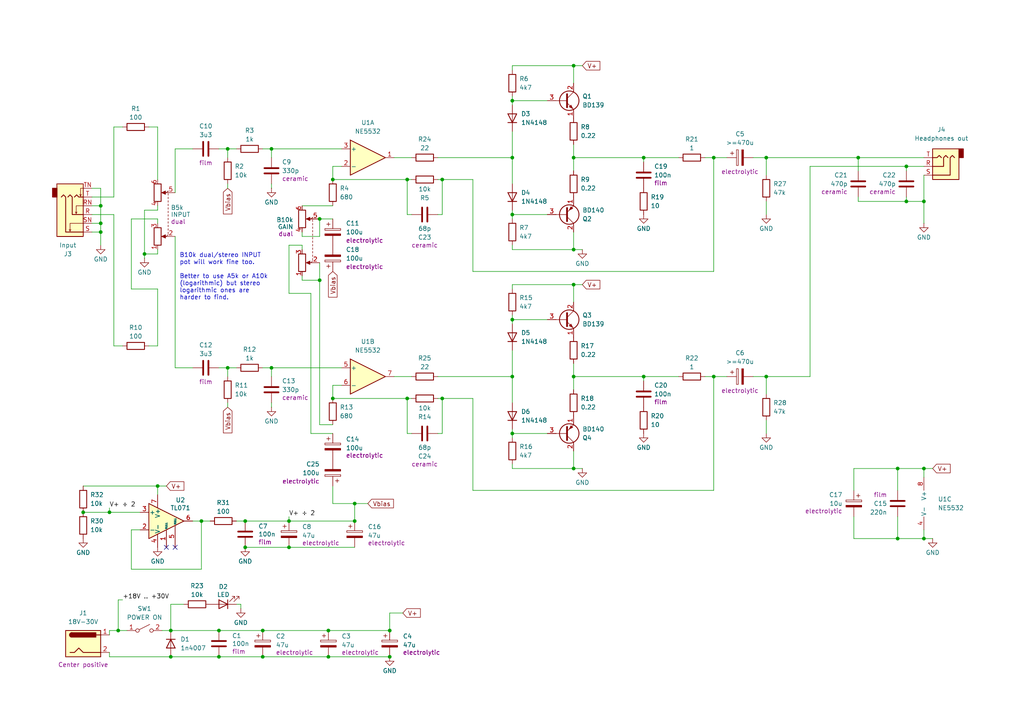
<source format=kicad_sch>
(kicad_sch (version 20250114) (generator "eeschema") (generator_version "9.0")
  (paper "A4")
  (title_block (title "Wenzel’s Headphones Stereo Amp (single supply)") (date "November 2025") (rev "r2-wip-1") (comment 2 "https://www.youtube.com/watch?v=ODvsCBjZz9M for the original schematic.") (comment 3 "See JohnAudioTech YouTube channel video:") (comment 4 "Modified “JAT Stereo Headphone Amp v1.0”."))
  (lib_symbols
    (symbol "Amplifier_Operational:NE5532" (pin_names (offset 0.127))
      (property "Reference" "U" (at 0 5.08 0))
      (property "Value" "NE5532" (at 0 -5.08 0))
      (symbol "NE5532_1_1"
        (pin input line (at -7.62 2.54 0) (length 2.54) (name "+") (number "3"))
        (pin input line (at -7.62 -2.54 0) (length 2.54) (name "-") (number "2"))
        (pin output line (at 7.62 0 180) (length 2.54) (name "~") (number "1"))
      )
      (symbol "NE5532_2_1"
        (pin input line (at -7.62 2.54 0) (length 2.54) (name "+") (number "5"))
        (pin input line (at -7.62 -2.54 0) (length 2.54) (name "-") (number "6"))
        (pin output line (at 7.62 0 180) (length 2.54) (name "~") (number "7"))
      )
      (symbol "NE5532_3_1"
        (pin power_in line (at -2.54 7.62 270) (length 3.81) (name "V+") (number "8"))
        (pin power_in line (at -2.54 -7.62 90) (length 3.81) (name "V-") (number "4"))
      )
    )
    (symbol "Amplifier_Operational:TL071" (pin_names (offset 0.127))
      (property "Reference" "U" (at 0 6.35 0))
      (property "Value" "TL071" (at 0 3.81 0))
      (symbol "TL071_1_1"
        (pin input line (at -7.62 2.54 0) (length 2.54) (name "+") (number "3"))
        (pin input line (at -7.62 -2.54 0) (length 2.54) (name "-") (number "2"))
        (pin power_in line (at -2.54 7.62 270) (length 3.81) (name "V+") (number "7"))
        (pin power_in line (at -2.54 -7.62 90) (length 3.81) (name "V-") (number "4"))
        (pin no_connect line (at 0 2.54 270) (length 2.54) (hide yes) (name "NC") (number "8"))
        (pin input line (at 0 -7.62 90) (length 5.08) (name "NULL") (number "1"))
        (pin input line (at 2.54 -7.62 90) (length 6.35) (name "NULL") (number "5"))
        (pin output line (at 7.62 0 180) (length 2.54) (name "~") (number "6"))
      )
    )
    (symbol "Connector:Jack-DC" (pin_names (offset 1.016))
      (property "Reference" "J" (at 0 5.334 0))
      (property "Value" "Jack-DC" (at 0 -5.08 0))
      (symbol "Jack-DC_1_1"
        (pin passive line (at 7.62 2.54 180) (length 2.54) (name "~") (number "1"))
        (pin passive line (at 7.62 -2.54 180) (length 2.54) (name "~") (number "2"))
      )
    )
    (symbol "Connector_Audio:AudioJack3"
      (property "Reference" "J" (at 0 8.89 0))
      (property "Value" "AudioJack3" (at 0 6.35 0))
      (symbol "AudioJack3_1_1"
        (pin passive line (at 5.08 2.54 180) (length 2.54) (name "~") (number "S"))
        (pin passive line (at 5.08 0 180) (length 2.54) (name "~") (number "R"))
        (pin passive line (at 5.08 -2.54 180) (length 2.54) (name "~") (number "T"))
      )
    )
    (symbol "Connector_Audio:AudioJack3_Switch"
      (property "Reference" "J" (at 0 11.43 0))
      (property "Value" "AudioJack3_Switch" (at 0 8.89 0))
      (symbol "AudioJack3_Switch_1_1"
        (pin passive line (at 5.08 5.08 180) (length 2.54) (name "~") (number "S"))
        (pin passive line (at 5.08 2.54 180) (length 2.54) (name "~") (number "SN"))
        (pin passive line (at 5.08 0 180) (length 2.54) (name "~") (number "R"))
        (pin passive line (at 5.08 -2.54 180) (length 2.54) (name "~") (number "RN"))
        (pin passive line (at 5.08 -5.08 180) (length 2.54) (name "~") (number "T"))
        (pin passive line (at 5.08 -7.62 180) (length 2.54) (name "~") (number "TN"))
      )
    )
    (symbol "Device:C" (pin_numbers (hide yes)) (pin_names (offset 0.254))
      (property "Reference" "C" (at 0.635 2.54 0))
      (property "Value" "C" (at 0.635 -2.54 0))
      (symbol "C_1_1"
        (pin passive line (at 0 3.81 270) (length 2.794) (name "~") (number "1"))
        (pin passive line (at 0 -3.81 90) (length 2.794) (name "~") (number "2"))
      )
    )
    (symbol "Device:C_Polarized" (pin_numbers (hide yes)) (pin_names (offset 0.254))
      (property "Reference" "C" (at 0.635 2.54 0))
      (property "Value" "C_Polarized" (at 0.635 -2.54 0))
      (symbol "C_Polarized_1_1"
        (pin passive line (at 0 3.81 270) (length 2.794) (name "~") (number "1"))
        (pin passive line (at 0 -3.81 90) (length 2.794) (name "~") (number "2"))
      )
    )
    (symbol "Device:D" (pin_numbers (hide yes)) (pin_names (offset 1.016) (hide yes))
      (property "Reference" "D" (at 0 2.54 0))
      (property "Value" "D" (at 0 -2.54 0))
      (symbol "D_1_1"
        (pin passive line (at -3.81 0 0) (length 2.54) (name "K") (number "1"))
        (pin passive line (at 3.81 0 180) (length 2.54) (name "A") (number "2"))
      )
    )
    (symbol "Device:LED" (pin_numbers (hide yes)) (pin_names (offset 1.016) (hide yes))
      (property "Reference" "D" (at 0 2.54 0))
      (property "Value" "LED" (at 0 -2.54 0))
      (symbol "LED_1_1"
        (pin passive line (at -3.81 0 0) (length 2.54) (name "K") (number "1"))
        (pin passive line (at 3.81 0 180) (length 2.54) (name "A") (number "2"))
      )
    )
    (symbol "Device:R" (pin_numbers (hide yes)) (pin_names (offset 0))
      (property "Reference" "R" (at 2.032 0 90))
      (property "Value" "R" (at 0 0 90))
      (symbol "R_1_1"
        (pin passive line (at 0 3.81 270) (length 1.27) (name "~") (number "1"))
        (pin passive line (at 0 -3.81 90) (length 1.27) (name "~") (number "2"))
      )
    )
    (symbol "Device:R_Potentiometer_Dual" (pin_names (offset 1.016) (hide yes))
      (property "Reference" "RV" (at 0 3.81 0))
      (property "Value" "R_Potentiometer_Dual" (at 0 1.905 0))
      (symbol "R_Potentiometer_Dual_1_1"
        (pin passive line (at -10.16 -2.54 0) (length 1.27) (name "1") (number "1"))
        (pin passive line (at -6.35 2.54 270) (length 2.54) (name "2") (number "2"))
        (pin passive line (at -2.54 -2.54 180) (length 1.27) (name "3") (number "3"))
        (pin passive line (at 2.54 -2.54 0) (length 1.27) (name "4") (number "4"))
        (pin passive line (at 6.35 2.54 270) (length 2.54) (name "5") (number "5"))
        (pin passive line (at 10.16 -2.54 180) (length 1.27) (name "6") (number "6"))
      )
    )
    (symbol "Diode:1N4148" (pin_numbers (hide yes)) (pin_names (hide yes))
      (property "Reference" "D" (at 0 2.54 0))
      (property "Value" "1N4148" (at 0 -2.54 0))
      (symbol "1N4148_1_1"
        (pin passive line (at -3.81 0 0) (length 2.54) (name "K") (number "1"))
        (pin passive line (at 3.81 0 180) (length 2.54) (name "A") (number "2"))
      )
    )
    (symbol "Switch:SW_SPST" (pin_names (offset 0) (hide yes))
      (property "Reference" "SW" (at 0 3.175 0))
      (property "Value" "SW_SPST" (at 0 -2.54 0))
      (symbol "SW_SPST_1_1"
        (pin passive line (at -5.08 0 0) (length 2.54) (name "A") (number "1"))
        (pin passive line (at 5.08 0 180) (length 2.54) (name "B") (number "2"))
      )
    )
    (symbol "Transistor_BJT:BD139" (pin_names (offset 0) (hide yes))
      (property "Reference" "Q" (at 5.08 1.905 0))
      (property "Value" "BD139" (at 5.08 0 0))
      (symbol "BD139_1_1"
        (pin input line (at -5.08 0 0) (length 2.54) (name "B") (number "3"))
        (pin passive line (at 2.54 5.08 270) (length 2.54) (name "C") (number "2"))
        (pin passive line (at 2.54 -5.08 90) (length 2.54) (name "E") (number "1"))
      )
    )
    (symbol "Transistor_BJT:BD140" (pin_names (offset 0) (hide yes))
      (property "Reference" "Q" (at 5.08 1.905 0))
      (property "Value" "BD140" (at 5.08 0 0))
      (symbol "BD140_1_1"
        (pin input line (at -5.08 0 0) (length 2.54) (name "B") (number "3"))
        (pin passive line (at 2.54 5.08 270) (length 2.54) (name "C") (number "2"))
        (pin passive line (at 2.54 -5.08 90) (length 2.54) (name "E") (number "1"))
      )
    )
    (symbol "power:GND" (power) (pin_numbers (hide yes)) (pin_names (offset 0) (hide yes))
      (property "Value" "GND" (at 0 -3.81 0))
      (symbol "GND_1_1"
        (pin power_in line (at 0 0 270) (length 0) (name "~") (number "1"))
      )
    )
  )
  (text "B10k dual/stereo INPUT\npot will work fine too.\n\nBetter to use A5k or A10k\n(logarithmic) but stereo\nlogarithmic ones are\nharder to find." (at 52.07 80.264 0) (effects (font (size 1.27 1.27)) (justify left)))
  (junction (at 76.2 182.88))
  (junction (at 95.25 182.88))
  (junction (at 83.82 151.13))
  (junction (at 128.27 115.57))
  (junction (at 118.11 52.07))
  (junction (at 222.25 45.72))
  (junction (at 148.59 45.72))
  (junction (at 96.52 115.57))
  (junction (at 29.21 67.31))
  (junction (at 148.59 92.71))
  (junction (at 166.37 109.22))
  (junction (at 207.01 109.22))
  (junction (at 166.37 45.72))
  (junction (at 186.69 45.72))
  (junction (at 166.37 82.55))
  (junction (at 148.59 109.22))
  (junction (at 24.13 148.59))
  (junction (at 29.21 59.69))
  (junction (at 260.35 156.21))
  (junction (at 92.71 81.28))
  (junction (at 92.71 63.5))
  (junction (at 128.27 52.07))
  (junction (at 78.74 106.68))
  (junction (at 113.03 182.88))
  (junction (at 207.01 45.72))
  (junction (at 49.53 190.5))
  (junction (at 78.74 43.18))
  (junction (at 66.04 106.68))
  (junction (at 148.59 62.23))
  (junction (at 71.12 158.75))
  (junction (at 148.59 125.73))
  (junction (at 102.87 151.13))
  (junction (at 166.37 19.05))
  (junction (at 49.53 182.88))
  (junction (at 58.42 151.13))
  (junction (at 248.92 45.72))
  (junction (at 29.21 64.77))
  (junction (at 63.5 182.88))
  (junction (at 31.75 148.59))
  (junction (at 260.35 135.89))
  (junction (at 113.03 190.5))
  (junction (at 34.29 182.88))
  (junction (at 166.37 72.39))
  (junction (at 83.82 158.75))
  (junction (at 166.37 135.89))
  (junction (at 71.12 151.13))
  (junction (at 76.2 190.5))
  (junction (at 63.5 190.5))
  (junction (at 45.72 140.97))
  (junction (at 95.25 190.5))
  (junction (at 222.25 109.22))
  (junction (at 41.91 73.66))
  (junction (at 267.97 156.21))
  (junction (at 267.97 58.42))
  (junction (at 262.89 58.42))
  (junction (at 102.87 146.05))
  (junction (at 118.11 115.57))
  (junction (at 66.04 43.18))
  (junction (at 186.69 109.22))
  (junction (at 96.52 52.07))
  (junction (at 262.89 48.26))
  (junction (at 148.59 29.21))
  (junction (at 267.97 135.89))
  (no_connect (at 50.8 158.75))
  (no_connect (at 48.26 158.75))
  (wire (pts (xy 26.67 67.31) (xy 29.21 67.31)))
  (wire (pts (xy 63.5 182.88) (xy 76.2 182.88)))
  (wire (pts (xy 83.82 151.13) (xy 102.87 151.13)))
  (wire (pts (xy 87.63 59.69) (xy 96.52 59.69)))
  (wire (pts (xy 48.26 140.97) (xy 45.72 140.97)))
  (wire (pts (xy 127 125.73) (xy 128.27 125.73)))
  (wire (pts (xy 186.69 109.22) (xy 196.85 109.22)))
  (wire (pts (xy 87.63 68.58) (xy 87.63 67.31)))
  (wire (pts (xy 31.75 182.88) (xy 34.29 182.88)))
  (wire (pts (xy 29.21 54.61) (xy 29.21 59.69)))
  (wire (pts (xy 102.87 158.75) (xy 83.82 158.75)))
  (wire (pts (xy 148.59 29.21) (xy 158.75 29.21)))
  (wire (pts (xy 33.02 62.23) (xy 33.02 100.33)))
  (wire (pts (xy 166.37 72.39) (xy 168.91 72.39)))
  (wire (pts (xy 267.97 153.67) (xy 267.97 156.21)))
  (wire (pts (xy 31.75 147.32) (xy 31.75 148.59)))
  (wire (pts (xy 58.42 151.13) (xy 55.88 151.13)))
  (wire (pts (xy 96.52 140.97) (xy 96.52 146.05)))
  (wire (pts (xy 234.95 48.26) (xy 234.95 109.22)))
  (wire (pts (xy 137.16 52.07) (xy 137.16 78.74)))
  (wire (pts (xy 49.53 175.26) (xy 49.53 182.88)))
  (wire (pts (xy 128.27 52.07) (xy 137.16 52.07)))
  (wire (pts (xy 41.91 73.66) (xy 41.91 74.93)))
  (wire (pts (xy 222.25 109.22) (xy 234.95 109.22)))
  (wire (pts (xy 166.37 109.22) (xy 166.37 113.03)))
  (wire (pts (xy 63.5 106.68) (xy 66.04 106.68)))
  (wire (pts (xy 119.38 115.57) (xy 118.11 115.57)))
  (wire (pts (xy 118.11 115.57) (xy 96.52 115.57)))
  (wire (pts (xy 222.25 114.3) (xy 222.25 109.22)))
  (wire (pts (xy 68.58 151.13) (xy 71.12 151.13)))
  (wire (pts (xy 45.72 83.82) (xy 45.72 100.33)))
  (wire (pts (xy 33.02 57.15) (xy 26.67 57.15)))
  (wire (pts (xy 49.53 190.5) (xy 63.5 190.5)))
  (wire (pts (xy 41.91 60.96) (xy 41.91 73.66)))
  (wire (pts (xy 218.44 109.22) (xy 222.25 109.22)))
  (wire (pts (xy 148.59 92.71) (xy 148.59 93.98)))
  (wire (pts (xy 76.2 190.5) (xy 95.25 190.5)))
  (wire (pts (xy 148.59 101.6) (xy 148.59 109.22)))
  (wire (pts (xy 166.37 82.55) (xy 168.91 82.55)))
  (wire (pts (xy 148.59 92.71) (xy 158.75 92.71)))
  (wire (pts (xy 66.04 53.34) (xy 66.04 54.61)))
  (wire (pts (xy 148.59 71.12) (xy 148.59 72.39)))
  (wire (pts (xy 148.59 72.39) (xy 166.37 72.39)))
  (wire (pts (xy 35.56 173.99) (xy 34.29 173.99)))
  (wire (pts (xy 248.92 49.53) (xy 248.92 45.72)))
  (wire (pts (xy 166.37 45.72) (xy 186.69 45.72)))
  (wire (pts (xy 43.18 36.83) (xy 45.72 36.83)))
  (wire (pts (xy 102.87 146.05) (xy 106.68 146.05)))
  (wire (pts (xy 148.59 60.96) (xy 148.59 62.23)))
  (wire (pts (xy 49.53 182.88) (xy 63.5 182.88)))
  (wire (pts (xy 118.11 125.73) (xy 118.11 115.57)))
  (wire (pts (xy 148.59 134.62) (xy 148.59 135.89)))
  (wire (pts (xy 166.37 135.89) (xy 166.37 130.81)))
  (wire (pts (xy 186.69 45.72) (xy 196.85 45.72)))
  (wire (pts (xy 63.5 190.5) (xy 76.2 190.5)))
  (wire (pts (xy 114.3 45.72) (xy 119.38 45.72)))
  (wire (pts (xy 260.35 149.86) (xy 260.35 156.21)))
  (wire (pts (xy 26.67 64.77) (xy 29.21 64.77)))
  (wire (pts (xy 148.59 135.89) (xy 166.37 135.89)))
  (wire (pts (xy 50.8 43.18) (xy 50.8 55.88)))
  (wire (pts (xy 29.21 64.77) (xy 29.21 67.31)))
  (wire (pts (xy 186.69 110.49) (xy 186.69 109.22)))
  (wire (pts (xy 128.27 125.73) (xy 128.27 115.57)))
  (wire (pts (xy 128.27 115.57) (xy 137.16 115.57)))
  (wire (pts (xy 92.71 123.19) (xy 92.71 81.28)))
  (wire (pts (xy 87.63 68.58) (xy 92.71 68.58)))
  (wire (pts (xy 69.85 175.26) (xy 69.85 176.53)))
  (wire (pts (xy 127 109.22) (xy 148.59 109.22)))
  (wire (pts (xy 24.13 140.97) (xy 45.72 140.97)))
  (wire (pts (xy 78.74 43.18) (xy 99.06 43.18)))
  (wire (pts (xy 116.84 177.8) (xy 113.03 177.8)))
  (wire (pts (xy 35.56 36.83) (xy 33.02 36.83)))
  (wire (pts (xy 118.11 62.23) (xy 118.11 52.07)))
  (wire (pts (xy 218.44 45.72) (xy 222.25 45.72)))
  (wire (pts (xy 45.72 64.77) (xy 45.72 63.5)))
  (wire (pts (xy 83.82 149.86) (xy 83.82 151.13)))
  (wire (pts (xy 248.92 58.42) (xy 262.89 58.42)))
  (wire (pts (xy 248.92 45.72) (xy 267.97 45.72)))
  (wire (pts (xy 204.47 45.72) (xy 207.01 45.72)))
  (wire (pts (xy 148.59 125.73) (xy 148.59 127)))
  (wire (pts (xy 83.82 151.13) (xy 71.12 151.13)))
  (wire (pts (xy 83.82 85.09) (xy 90.17 85.09)))
  (wire (pts (xy 166.37 45.72) (xy 166.37 49.53)))
  (wire (pts (xy 76.2 43.18) (xy 78.74 43.18)))
  (wire (pts (xy 40.64 153.67) (xy 38.1 153.67)))
  (wire (pts (xy 50.8 68.58) (xy 50.8 106.68)))
  (wire (pts (xy 87.63 72.39) (xy 87.63 71.12)))
  (wire (pts (xy 26.67 62.23) (xy 33.02 62.23)))
  (wire (pts (xy 262.89 49.53) (xy 262.89 48.26)))
  (wire (pts (xy 66.04 43.18) (xy 68.58 43.18)))
  (wire (pts (xy 45.72 60.96) (xy 41.91 60.96)))
  (wire (pts (xy 92.71 76.2) (xy 92.71 81.28)))
  (wire (pts (xy 260.35 135.89) (xy 267.97 135.89)))
  (wire (pts (xy 262.89 48.26) (xy 267.97 48.26)))
  (wire (pts (xy 24.13 148.59) (xy 31.75 148.59)))
  (wire (pts (xy 78.74 106.68) (xy 78.74 109.22)))
  (wire (pts (xy 102.87 146.05) (xy 102.87 151.13)))
  (wire (pts (xy 96.52 111.76) (xy 96.52 115.57)))
  (wire (pts (xy 166.37 72.39) (xy 166.37 67.31)))
  (wire (pts (xy 262.89 58.42) (xy 267.97 58.42)))
  (wire (pts (xy 83.82 158.75) (xy 71.12 158.75)))
  (wire (pts (xy 148.59 82.55) (xy 166.37 82.55)))
  (wire (pts (xy 53.34 175.26) (xy 49.53 175.26)))
  (wire (pts (xy 148.59 29.21) (xy 148.59 30.48)))
  (wire (pts (xy 33.02 36.83) (xy 33.02 57.15)))
  (wire (pts (xy 148.59 124.46) (xy 148.59 125.73)))
  (wire (pts (xy 87.63 71.12) (xy 83.82 71.12)))
  (wire (pts (xy 58.42 165.1) (xy 58.42 151.13)))
  (wire (pts (xy 113.03 177.8) (xy 113.03 182.88)))
  (wire (pts (xy 66.04 106.68) (xy 68.58 106.68)))
  (wire (pts (xy 247.65 135.89) (xy 260.35 135.89)))
  (wire (pts (xy 267.97 135.89) (xy 270.51 135.89)))
  (wire (pts (xy 127 62.23) (xy 128.27 62.23)))
  (wire (pts (xy 78.74 53.34) (xy 78.74 54.61)))
  (wire (pts (xy 210.82 109.22) (xy 207.01 109.22)))
  (wire (pts (xy 222.25 50.8) (xy 222.25 45.72)))
  (wire (pts (xy 267.97 58.42) (xy 267.97 64.77)))
  (wire (pts (xy 148.59 27.94) (xy 148.59 29.21)))
  (wire (pts (xy 50.8 43.18) (xy 55.88 43.18)))
  (wire (pts (xy 95.25 190.5) (xy 113.03 190.5)))
  (wire (pts (xy 168.91 19.05) (xy 166.37 19.05)))
  (wire (pts (xy 222.25 45.72) (xy 248.92 45.72)))
  (wire (pts (xy 148.59 83.82) (xy 148.59 82.55)))
  (wire (pts (xy 222.25 58.42) (xy 222.25 62.23)))
  (wire (pts (xy 119.38 52.07) (xy 118.11 52.07)))
  (wire (pts (xy 127 115.57) (xy 128.27 115.57)))
  (wire (pts (xy 31.75 182.88) (xy 31.75 184.15)))
  (wire (pts (xy 34.29 182.88) (xy 36.83 182.88)))
  (wire (pts (xy 260.35 156.21) (xy 267.97 156.21)))
  (wire (pts (xy 46.99 182.88) (xy 49.53 182.88)))
  (wire (pts (xy 38.1 83.82) (xy 45.72 83.82)))
  (wire (pts (xy 92.71 63.5) (xy 92.71 68.58)))
  (wire (pts (xy 38.1 153.67) (xy 38.1 165.1)))
  (wire (pts (xy 247.65 149.86) (xy 247.65 156.21)))
  (wire (pts (xy 119.38 62.23) (xy 118.11 62.23)))
  (wire (pts (xy 166.37 105.41) (xy 166.37 109.22)))
  (wire (pts (xy 267.97 156.21) (xy 270.51 156.21)))
  (wire (pts (xy 45.72 63.5) (xy 38.1 63.5)))
  (wire (pts (xy 148.59 20.32) (xy 148.59 19.05)))
  (wire (pts (xy 31.75 190.5) (xy 49.53 190.5)))
  (wire (pts (xy 207.01 45.72) (xy 207.01 78.74)))
  (wire (pts (xy 29.21 59.69) (xy 29.21 64.77)))
  (wire (pts (xy 222.25 121.92) (xy 222.25 125.73)))
  (wire (pts (xy 119.38 125.73) (xy 118.11 125.73)))
  (wire (pts (xy 204.47 109.22) (xy 207.01 109.22)))
  (wire (pts (xy 45.72 73.66) (xy 45.72 72.39)))
  (wire (pts (xy 148.59 19.05) (xy 166.37 19.05)))
  (wire (pts (xy 33.02 100.33) (xy 35.56 100.33)))
  (wire (pts (xy 45.72 140.97) (xy 45.72 143.51)))
  (wire (pts (xy 58.42 151.13) (xy 60.96 151.13)))
  (wire (pts (xy 92.71 81.28) (xy 87.63 81.28)))
  (wire (pts (xy 45.72 36.83) (xy 45.72 52.07)))
  (wire (pts (xy 26.67 54.61) (xy 29.21 54.61)))
  (wire (pts (xy 128.27 62.23) (xy 128.27 52.07)))
  (wire (pts (xy 90.17 85.09) (xy 90.17 125.73)))
  (wire (pts (xy 247.65 142.24) (xy 247.65 135.89)))
  (wire (pts (xy 137.16 115.57) (xy 137.16 142.24)))
  (wire (pts (xy 148.59 62.23) (xy 148.59 63.5)))
  (wire (pts (xy 96.52 48.26) (xy 96.52 52.07)))
  (wire (pts (xy 148.59 38.1) (xy 148.59 45.72)))
  (wire (pts (xy 45.72 100.33) (xy 43.18 100.33)))
  (wire (pts (xy 26.67 59.69) (xy 29.21 59.69)))
  (wire (pts (xy 248.92 58.42) (xy 248.92 57.15)))
  (wire (pts (xy 127 52.07) (xy 128.27 52.07)))
  (wire (pts (xy 166.37 19.05) (xy 166.37 24.13)))
  (wire (pts (xy 186.69 109.22) (xy 166.37 109.22)))
  (wire (pts (xy 31.75 148.59) (xy 40.64 148.59)))
  (wire (pts (xy 29.21 67.31) (xy 29.21 71.12)))
  (wire (pts (xy 148.59 62.23) (xy 158.75 62.23)))
  (wire (pts (xy 68.58 175.26) (xy 69.85 175.26)))
  (wire (pts (xy 95.25 182.88) (xy 113.03 182.88)))
  (wire (pts (xy 267.97 135.89) (xy 267.97 138.43)))
  (wire (pts (xy 38.1 63.5) (xy 38.1 83.82)))
  (wire (pts (xy 34.29 173.99) (xy 34.29 182.88)))
  (wire (pts (xy 148.59 45.72) (xy 148.59 53.34)))
  (wire (pts (xy 78.74 116.84) (xy 78.74 118.11)))
  (wire (pts (xy 76.2 106.68) (xy 78.74 106.68)))
  (wire (pts (xy 83.82 71.12) (xy 83.82 85.09)))
  (wire (pts (xy 87.63 81.28) (xy 87.63 80.01)))
  (wire (pts (xy 262.89 48.26) (xy 234.95 48.26)))
  (wire (pts (xy 166.37 41.91) (xy 166.37 45.72)))
  (wire (pts (xy 66.04 106.68) (xy 66.04 109.22)))
  (wire (pts (xy 63.5 43.18) (xy 66.04 43.18)))
  (wire (pts (xy 127 45.72) (xy 148.59 45.72)))
  (wire (pts (xy 96.52 146.05) (xy 102.87 146.05)))
  (wire (pts (xy 78.74 43.18) (xy 78.74 45.72)))
  (wire (pts (xy 50.8 106.68) (xy 55.88 106.68)))
  (wire (pts (xy 114.3 109.22) (xy 119.38 109.22)))
  (wire (pts (xy 99.06 111.76) (xy 96.52 111.76)))
  (wire (pts (xy 78.74 106.68) (xy 99.06 106.68)))
  (wire (pts (xy 262.89 58.42) (xy 262.89 57.15)))
  (wire (pts (xy 96.52 123.19) (xy 92.71 123.19)))
  (wire (pts (xy 92.71 63.5) (xy 96.52 63.5)))
  (wire (pts (xy 45.72 60.96) (xy 45.72 59.69)))
  (wire (pts (xy 247.65 156.21) (xy 260.35 156.21)))
  (wire (pts (xy 76.2 182.88) (xy 95.25 182.88)))
  (wire (pts (xy 267.97 50.8) (xy 267.97 58.42)))
  (wire (pts (xy 148.59 109.22) (xy 148.59 116.84)))
  (wire (pts (xy 66.04 43.18) (xy 66.04 45.72)))
  (wire (pts (xy 207.01 109.22) (xy 207.01 142.24)))
  (wire (pts (xy 118.11 52.07) (xy 96.52 52.07)))
  (wire (pts (xy 137.16 78.74) (xy 207.01 78.74)))
  (wire (pts (xy 137.16 142.24) (xy 207.01 142.24)))
  (wire (pts (xy 41.91 73.66) (xy 45.72 73.66)))
  (wire (pts (xy 66.04 116.84) (xy 66.04 118.11)))
  (wire (pts (xy 31.75 189.23) (xy 31.75 190.5)))
  (wire (pts (xy 260.35 142.24) (xy 260.35 135.89)))
  (wire (pts (xy 166.37 135.89) (xy 168.91 135.89)))
  (wire (pts (xy 38.1 165.1) (xy 58.42 165.1)))
  (wire (pts (xy 99.06 48.26) (xy 96.52 48.26)))
  (wire (pts (xy 90.17 125.73) (xy 96.52 125.73)))
  (wire (pts (xy 166.37 82.55) (xy 166.37 87.63)))
  (wire (pts (xy 148.59 125.73) (xy 158.75 125.73)))
  (wire (pts (xy 207.01 45.72) (xy 210.82 45.72)))
  (wire (pts (xy 148.59 91.44) (xy 148.59 92.71)))
  (wire (pts (xy 186.69 46.99) (xy 186.69 45.72)))
  (label "V+ ÷ 2" (at 83.82 149.86 0))
  (label "+18V .. +30V" (at 35.56 173.99 0))
  (label "V+ ÷ 2" (at 31.75 147.32 0))
  (global_label "Vbias" (shape input) (at 106.68 146.05 0) (property "Intersheetrefs" "${INTERSHEET_REFS}" (effects (hide yes))))
  (global_label "V+" (shape input) (at 116.84 177.8 0) (property "Intersheetrefs" "${INTERSHEET_REFS}" (effects (hide yes))))
  (global_label "V+" (shape input) (at 168.91 19.05 0) (property "Intersheetrefs" "${INTERSHEET_REFS}" (effects (hide yes))))
  (global_label "Vbias" (shape input) (at 66.04 54.61 270) (property "Intersheetrefs" "${INTERSHEET_REFS}" (effects (hide yes))))
  (global_label "Vbias" (shape input) (at 96.52 78.74 270) (property "Intersheetrefs" "${INTERSHEET_REFS}" (effects (hide yes))))
  (global_label "Vbias" (shape input) (at 66.04 118.11 270) (property "Intersheetrefs" "${INTERSHEET_REFS}" (effects (hide yes))))
  (global_label "V+" (shape input) (at 270.51 135.89 0) (property "Intersheetrefs" "${INTERSHEET_REFS}" (effects (hide yes))))
  (global_label "V+" (shape input) (at 48.26 140.97 0) (property "Intersheetrefs" "${INTERSHEET_REFS}" (effects (hide yes))))
  (global_label "V+" (shape input) (at 168.91 82.55 0) (property "Intersheetrefs" "${INTERSHEET_REFS}" (effects (hide yes))))
  (symbol (lib_id "Device:R") (at 24.13 152.4 0) (unit 1)
    (property "Reference" "R30" (at 26.162 151.13 0) (effects (justify left)))
    (property "Value" "10k" (at 26.162 153.67 0) (effects (justify left)))
    (property "Description" "Resistor" (effects (hide yes)))
  )
  (symbol (lib_id "Device:R") (at 148.59 87.63 0) (unit 1)
    (property "Reference" "R15" (at 150.622 86.36 0) (effects (justify left)))
    (property "Value" "4k7" (at 150.622 88.9 0) (effects (justify left)))
    (property "Description" "Resistor" (effects (hide yes)))
  )
  (symbol (lib_id "Device:C") (at 78.74 49.53 0) (unit 1)
    (property "Reference" "C9" (at 81.788 46.99 0) (effects (justify left)))
    (property "Value" "330p" (at 81.788 49.53 0) (effects (justify left)))
    (property "Description" "Unpolarized capacitor" (effects (hide yes)))
    (property "Field5" "ceramic" (at 81.788 51.816 0) (effects (justify left)))
  )
  (symbol (lib_id "power:GND") (at 24.13 156.21 0) (unit 1)
    (property "Reference" "#PWR013" (effects (hide yes)))
    (property "Value" "GND" (at 24.13 160.274 0))
    (property "Description" "Power symbol creates a global label with name \"GND\" , ground" (effects (hide yes)))
  )
  (symbol (lib_id "power:GND") (at 69.85 176.53 0) (unit 1)
    (property "Reference" "#PWR022" (effects (hide yes)))
    (property "Value" "GND" (at 69.85 180.594 0))
    (property "Description" "Power symbol creates a global label with name \"GND\" , ground" (effects (hide yes)))
  )
  (symbol (lib_id "Device:C_Polarized") (at 214.63 109.22 90) (mirror x) (unit 1)
    (property "Reference" "C6" (at 214.63 102.362 90))
    (property "Value" ">=470u" (at 214.63 104.902 90))
    (property "Description" "Polarized capacitor" (effects (hide yes)))
    (property "Field5" "electrolytic" (at 214.63 113.284 90))
  )
  (symbol (lib_id "Device:R") (at 222.25 118.11 0) (unit 1)
    (property "Reference" "R28" (at 224.282 116.84 0) (effects (justify left)))
    (property "Value" "47k" (at 224.282 119.38 0) (effects (justify left)))
    (property "Description" "Resistor" (effects (hide yes)))
  )
  (symbol (lib_id "Device:C_Polarized") (at 96.52 137.16 180) (unit 1)
    (property "Reference" "C25" (at 92.71 134.62 0) (effects (justify left)))
    (property "Value" "100u" (at 92.71 137.16 0) (effects (justify left)))
    (property "Footprint" "electrolytic" (at 92.71 139.5729 0) (effects (justify left)))
    (property "Description" "Polarized capacitor" (effects (hide yes)))
  )
  (symbol (lib_id "power:GND") (at 78.74 54.61 0) (unit 1)
    (property "Reference" "#PWR03" (effects (hide yes)))
    (property "Value" "GND" (at 78.74 58.674 0))
    (property "Description" "Power symbol creates a global label with name \"GND\" , ground" (effects (hide yes)))
  )
  (symbol (lib_id "Device:R") (at 148.59 67.31 0) (unit 1)
    (property "Reference" "R7" (at 150.622 66.04 0) (effects (justify left)))
    (property "Value" "4k7" (at 150.622 68.58 0) (effects (justify left)))
    (property "Description" "Resistor" (effects (hide yes)))
  )
  (symbol (lib_id "Amplifier_Operational:NE5532") (at 106.68 109.22 0) (unit 2)
    (property "Reference" "U1" (at 106.68 99.06 0))
    (property "Value" "NE5532" (at 106.68 101.6 0))
    (property "Datasheet" "http://www.ti.com/lit/ds/symlink/ne5532.pdf" (effects (hide yes)))
    (property "Description" "Dual Low-Noise Operational Amplifiers, DIP-8/SOIC-8" (effects (hide yes)))
  )
  (symbol (lib_id "Device:R") (at 148.59 130.81 0) (unit 1)
    (property "Reference" "R16" (at 150.622 129.54 0) (effects (justify left)))
    (property "Value" "4k7" (at 150.622 132.08 0) (effects (justify left)))
    (property "Description" "Resistor" (effects (hide yes)))
  )
  (symbol (lib_id "Device:C_Polarized") (at 113.03 186.69 0) (unit 1)
    (property "Reference" "C4" (at 116.84 184.5309 0) (effects (justify left)))
    (property "Value" "47u" (at 116.84 187.0709 0) (effects (justify left)))
    (property "Footprint" "electrolytic" (at 116.84 189.23 0) (effects (justify left)))
    (property "Description" "Polarized capacitor" (effects (hide yes)))
  )
  (symbol (lib_id "Diode:1N4148") (at 148.59 34.29 90) (unit 1)
    (property "Reference" "D3" (at 151.13 33.0199 90) (effects (justify right)))
    (property "Value" "1N4148" (at 151.13 35.5599 90) (effects (justify right)))
    (property "Footprint" "Diode_THT:D_DO-35_SOD27_P7.62mm_Horizontal" (effects (hide yes)))
    (property "Datasheet" "https://assets.nexperia.com/documents/data-sheet/1N4148_1N4448.pdf" (effects (hide yes)))
    (property "Description" "100V 0.15A standard switching diode, DO-35" (effects (hide yes)))
    (property "Sim.Device" "D" (effects (hide yes)))
    (property "Sim.Pins" "1=K 2=A" (effects (hide yes)))
  )
  (symbol (lib_id "Device:R") (at 166.37 101.6 0) (unit 1)
    (property "Reference" "R17" (at 168.402 100.33 0) (effects (justify left)))
    (property "Value" "0.22" (at 168.402 102.87 0) (effects (justify left)))
    (property "Description" "Resistor" (effects (hide yes)))
  )
  (symbol (lib_id "Diode:1N4148") (at 148.59 57.15 90) (unit 1)
    (property "Reference" "D4" (at 151.13 55.8799 90) (effects (justify right)))
    (property "Value" "1N4148" (at 151.13 58.4199 90) (effects (justify right)))
    (property "Footprint" "Diode_THT:D_DO-35_SOD27_P7.62mm_Horizontal" (effects (hide yes)))
    (property "Datasheet" "https://assets.nexperia.com/documents/data-sheet/1N4148_1N4448.pdf" (effects (hide yes)))
    (property "Description" "100V 0.15A standard switching diode, DO-35" (effects (hide yes)))
    (property "Sim.Device" "D" (effects (hide yes)))
    (property "Sim.Pins" "1=K 2=A" (effects (hide yes)))
  )
  (symbol (lib_id "Transistor_BJT:BD139") (at 163.83 29.21 0) (unit 1)
    (property "Reference" "Q1" (at 168.91 27.9399 0) (effects (justify left)))
    (property "Value" "BD139" (at 168.91 30.4799 0) (effects (justify left)))
    (property "Footprint" "Package_TO_SOT_THT:TO-126-3_Vertical" (effects (hide yes)))
    (property "Datasheet" "http://www.st.com/internet/com/TECHNICAL_RESOURCES/TECHNICAL_LITERATURE/DATASHEET/CD00001225.pdf" (effects (hide yes)))
    (property "Description" "1.5A Ic, 80V Vce, Low Voltage Transistor, TO-126" (effects (hide yes)))
  )
  (symbol (lib_id "Device:R") (at 186.69 58.42 0) (unit 1)
    (property "Reference" "R19" (at 188.722 57.15 0) (effects (justify left)))
    (property "Value" "10" (at 188.722 59.69 0) (effects (justify left)))
    (property "Description" "Resistor" (effects (hide yes)))
  )
  (symbol (lib_id "Device:R") (at 96.52 55.88 0) (unit 1)
    (property "Reference" "R4" (at 98.552 54.61 0) (effects (justify left)))
    (property "Value" "680" (at 98.552 57.15 0) (effects (justify left)))
    (property "Description" "Resistor" (effects (hide yes)))
  )
  (symbol (lib_id "power:GND") (at 168.91 135.89 0) (unit 1)
    (property "Reference" "#PWR019" (effects (hide yes)))
    (property "Value" "GND" (at 168.91 139.954 0))
    (property "Description" "Power symbol creates a global label with name \"GND\" , ground" (effects (hide yes)))
  )
  (symbol (lib_id "power:GND") (at 270.51 156.21 0) (unit 1)
    (property "Reference" "#PWR020" (effects (hide yes)))
    (property "Value" "GND" (at 270.51 160.274 0))
    (property "Description" "Power symbol creates a global label with name \"GND\" , ground" (effects (hide yes)))
  )
  (symbol (lib_id "Device:C_Polarized") (at 247.65 146.05 0) (mirror y) (unit 1)
    (property "Reference" "C17" (at 244.348 143.51 0) (effects (justify left)))
    (property "Value" "10u" (at 244.348 146.05 0) (effects (justify left)))
    (property "Footprint" "electrolytic" (at 244.348 148.2091 0) (effects (justify left)))
    (property "Description" "Polarized capacitor" (effects (hide yes)))
  )
  (symbol (lib_id "Device:C") (at 63.5 186.69 0) (unit 1)
    (property "Reference" "C1" (at 67.31 184.404 0) (effects (justify left)))
    (property "Value" "100n" (at 67.31 186.69 0) (effects (justify left)))
    (property "Footprint" "film" (at 67.31 188.976 0) (effects (justify left)))
    (property "Description" "Unpolarized capacitor" (effects (hide yes)))
  )
  (symbol (lib_id "Device:R") (at 123.19 109.22 90) (unit 1)
    (property "Reference" "R25" (at 123.19 103.886 90))
    (property "Value" "22" (at 123.19 106.426 90))
    (property "Description" "Resistor" (effects (hide yes)))
  )
  (symbol (lib_id "Device:C") (at 59.69 106.68 90) (unit 1)
    (property "Reference" "C12" (at 59.69 100.076 90))
    (property "Value" "3u3" (at 59.69 102.616 90))
    (property "Description" "Unpolarized capacitor" (effects (hide yes)))
    (property "Field5" "film" (at 59.69 110.744 90))
  )
  (symbol (lib_id "Transistor_BJT:BD139") (at 163.83 92.71 0) (unit 1)
    (property "Reference" "Q3" (at 168.91 91.4399 0) (effects (justify left)))
    (property "Value" "BD139" (at 168.91 93.9799 0) (effects (justify left)))
    (property "Footprint" "Package_TO_SOT_THT:TO-126-3_Vertical" (effects (hide yes)))
    (property "Datasheet" "http://www.st.com/internet/com/TECHNICAL_RESOURCES/TECHNICAL_LITERATURE/DATASHEET/CD00001225.pdf" (effects (hide yes)))
    (property "Description" "1.5A Ic, 80V Vce, Low Voltage Transistor, TO-126" (effects (hide yes)))
  )
  (symbol (lib_id "Device:C") (at 123.19 125.73 90) (mirror x) (unit 1)
    (property "Reference" "C24" (at 123.19 132.334 90))
    (property "Value" "68p" (at 123.19 129.794 90))
    (property "Description" "Unpolarized capacitor" (effects (hide yes)))
    (property "Field5" "ceramic" (at 123.19 134.62 90))
  )
  (symbol (lib_id "Device:R") (at 39.37 36.83 90) (unit 1)
    (property "Reference" "R1" (at 39.37 31.496 90))
    (property "Value" "100" (at 39.37 34.036 90))
    (property "Description" "Resistor" (effects (hide yes)))
  )
  (symbol (lib_id "Device:C_Polarized") (at 214.63 45.72 90) (mirror x) (unit 1)
    (property "Reference" "C5" (at 214.63 38.862 90))
    (property "Value" ">=470u" (at 214.63 41.402 90))
    (property "Description" "Polarized capacitor" (effects (hide yes)))
    (property "Field5" "electrolytic" (at 214.63 49.784 90))
  )
  (symbol (lib_id "Device:R") (at 123.19 45.72 90) (unit 1)
    (property "Reference" "R24" (at 123.19 40.386 90))
    (property "Value" "22" (at 123.19 42.926 90))
    (property "Description" "Resistor" (effects (hide yes)))
  )
  (symbol (lib_id "Device:C_Polarized") (at 83.82 154.94 0) (unit 1)
    (property "Reference" "C8" (at 87.63 152.7809 0) (effects (justify left)))
    (property "Value" "47u" (at 87.63 155.3209 0) (effects (justify left)))
    (property "Footprint" "electrolytic" (at 87.63 157.48 0) (effects (justify left)))
    (property "Description" "Polarized capacitor" (effects (hide yes)))
  )
  (symbol (lib_id "Device:C_Polarized") (at 96.52 67.31 0) (unit 1)
    (property "Reference" "C11" (at 100.33 64.77 0) (effects (justify left)))
    (property "Value" "100u" (at 100.33 67.31 0) (effects (justify left)))
    (property "Footprint" "electrolytic" (at 100.33 69.7231 0) (effects (justify left)))
    (property "Description" "Polarized capacitor" (effects (hide yes)))
  )
  (symbol (lib_id "Device:C_Polarized") (at 95.25 186.69 0) (unit 1)
    (property "Reference" "C3" (at 99.06 184.5309 0) (effects (justify left)))
    (property "Value" "47u" (at 99.06 187.0709 0) (effects (justify left)))
    (property "Footprint" "electrolytic" (at 99.06 189.23 0) (effects (justify left)))
    (property "Description" "Polarized capacitor" (effects (hide yes)))
  )
  (symbol (lib_id "Device:R") (at 200.66 45.72 90) (unit 1)
    (property "Reference" "R21" (at 200.66 40.386 90))
    (property "Value" "1" (at 200.66 42.926 90))
    (property "Description" "Resistor" (effects (hide yes)))
  )
  (symbol (lib_id "Amplifier_Operational:NE5532") (at 270.51 146.05 0) (unit 3)
    (property "Reference" "U1" (at 272.034 144.78 0) (effects (justify left)))
    (property "Value" "NE5532" (at 272.034 147.32 0) (effects (justify left)))
    (property "Datasheet" "http://www.ti.com/lit/ds/symlink/ne5532.pdf" (effects (hide yes)))
    (property "Description" "Dual Low-Noise Operational Amplifiers, DIP-8/SOIC-8" (effects (hide yes)))
  )
  (symbol (lib_id "Device:R") (at 166.37 53.34 0) (unit 1)
    (property "Reference" "R9" (at 168.402 52.07 0) (effects (justify left)))
    (property "Value" "0.22" (at 168.402 54.61 0) (effects (justify left)))
    (property "Description" "Resistor" (effects (hide yes)))
  )
  (symbol (lib_id "Device:R") (at 24.13 144.78 0) (unit 1)
    (property "Reference" "R32" (at 26.162 143.51 0) (effects (justify left)))
    (property "Value" "10k" (at 26.162 146.05 0) (effects (justify left)))
    (property "Description" "Resistor" (effects (hide yes)))
  )
  (symbol (lib_id "power:GND") (at 222.25 125.73 0) (unit 1)
    (property "Reference" "#PWR016" (effects (hide yes)))
    (property "Value" "GND" (at 222.25 129.794 0))
    (property "Description" "Power symbol creates a global label with name \"GND\" , ground" (effects (hide yes)))
  )
  (symbol (lib_id "power:GND") (at 222.25 62.23 0) (unit 1)
    (property "Reference" "#PWR015" (effects (hide yes)))
    (property "Value" "GND" (at 222.25 66.294 0))
    (property "Description" "Power symbol creates a global label with name \"GND\" , ground" (effects (hide yes)))
  )
  (symbol (lib_id "Device:C") (at 123.19 62.23 90) (mirror x) (unit 1)
    (property "Reference" "C23" (at 123.19 68.834 90))
    (property "Value" "68p" (at 123.19 66.294 90))
    (property "Description" "Unpolarized capacitor" (effects (hide yes)))
    (property "Field5" "ceramic" (at 123.19 71.12 90))
  )
  (symbol (lib_id "Device:R") (at 64.77 151.13 90) (unit 1)
    (property "Reference" "R31" (at 64.77 145.796 90))
    (property "Value" "100" (at 64.77 148.336 90))
    (property "Description" "Resistor" (effects (hide yes)))
  )
  (symbol (lib_id "Device:R") (at 72.39 43.18 90) (unit 1)
    (property "Reference" "R3" (at 72.39 37.846 90))
    (property "Value" "1k" (at 72.39 40.386 90))
    (property "Description" "Resistor" (effects (hide yes)))
  )
  (symbol (lib_id "Connector_Audio:AudioJack3_Switch") (at 21.59 62.23 0) (mirror x) (unit 1)
    (property "Reference" "J3" (at 19.685 73.66 0))
    (property "Value" "Input" (at 19.685 71.12 0))
    (property "Description" "Audio Jack, 3 Poles (Stereo / TRS), Switched Poles (Normalling)" (effects (hide yes)))
  )
  (symbol (lib_id "Device:LED") (at 64.77 175.26 180) (unit 1)
    (property "Reference" "D2" (at 64.77 170.18 0))
    (property "Value" "LED" (at 64.77 172.466 0))
    (property "Description" "Light emitting diode" (effects (hide yes)))
    (property "Sim.Pins" "1=K 2=A" (effects (hide yes)))
  )
  (symbol (lib_id "Amplifier_Operational:TL071") (at 48.26 151.13 0) (unit 1)
    (property "Reference" "U2" (at 52.324 145.034 0))
    (property "Value" "TL071" (at 52.324 147.32 0))
    (property "Datasheet" "http://www.ti.com/lit/ds/symlink/tl071.pdf" (effects (hide yes)))
    (property "Description" "Single Low-Noise JFET-Input Operational Amplifiers, DIP-8/SOIC-8" (effects (hide yes)))
  )
  (symbol (lib_id "Device:C") (at 262.89 53.34 0) (mirror y) (unit 1)
    (property "Reference" "C22" (at 259.842 50.8 0) (effects (justify left)))
    (property "Value" "470p" (at 259.842 53.34 0) (effects (justify left)))
    (property "Description" "Unpolarized capacitor" (effects (hide yes)))
    (property "Field5" "ceramic" (at 259.842 55.626 0) (effects (justify left)))
  )
  (symbol (lib_id "Device:C") (at 260.35 146.05 0) (mirror y) (unit 1)
    (property "Reference" "C15" (at 257.302 146.05 0) (effects (justify left)))
    (property "Value" "220n" (at 257.302 148.59 0) (effects (justify left)))
    (property "Description" "Unpolarized capacitor" (effects (hide yes)))
    (property "Field5" "film" (at 257.302 143.51 0) (effects (justify left)))
  )
  (symbol (lib_id "Device:R") (at 222.25 54.61 0) (unit 1)
    (property "Reference" "R27" (at 224.282 53.34 0) (effects (justify left)))
    (property "Value" "47k" (at 224.282 55.88 0) (effects (justify left)))
    (property "Description" "Resistor" (effects (hide yes)))
  )
  (symbol (lib_id "Device:R") (at 166.37 116.84 0) (unit 1)
    (property "Reference" "R18" (at 168.402 115.57 0) (effects (justify left)))
    (property "Value" "0.22" (at 168.402 118.11 0) (effects (justify left)))
    (property "Description" "Resistor" (effects (hide yes)))
  )
  (symbol (lib_id "Device:R_Potentiometer_Dual") (at 90.17 69.85 270) (mirror x) (unit 1)
    (property "Reference" "GAIN" (at 85.09 65.786 90) (effects (justify right)))
    (property "Value" "B10k" (at 85.09 63.754 90) (effects (justify right)))
    (property "Description" "Dual potentiometer" (effects (hide yes)))
    (property "Field5" "dual" (at 85.09 67.818 90) (effects (justify right)))
  )
  (symbol (lib_id "Device:C_Polarized") (at 96.52 74.93 0) (mirror x) (unit 1)
    (property "Reference" "C18" (at 100.33 72.39 0) (effects (justify left)))
    (property "Value" "100u" (at 100.33 74.93 0) (effects (justify left)))
    (property "Footprint" "electrolytic" (at 100.33 77.3429 0) (effects (justify left)))
    (property "Description" "Polarized capacitor" (effects (hide yes)))
  )
  (symbol (lib_id "Connector:Jack-DC") (at 24.13 186.69 0) (unit 1)
    (property "Reference" "J1" (at 24.13 177.8 0))
    (property "Value" "18V-30V" (at 24.13 180.34 0))
    (property "Description" "DC Barrel Jack" (effects (hide yes)))
    (property "Field5" "Center positive" (at 24.13 192.786 0))
  )
  (symbol (lib_id "power:GND") (at 186.69 125.73 0) (unit 1)
    (property "Reference" "#PWR014" (effects (hide yes)))
    (property "Value" "GND" (at 186.69 129.794 0))
    (property "Description" "Power symbol creates a global label with name \"GND\" , ground" (effects (hide yes)))
  )
  (symbol (lib_id "Device:C") (at 186.69 50.8 0) (unit 1)
    (property "Reference" "C19" (at 189.738 48.26 0) (effects (justify left)))
    (property "Value" "100n" (at 189.738 50.8 0) (effects (justify left)))
    (property "Description" "Unpolarized capacitor" (effects (hide yes)))
    (property "Field5" "film" (at 189.738 53.086 0) (effects (justify left)))
  )
  (symbol (lib_id "Device:C_Polarized") (at 76.2 186.69 0) (unit 1)
    (property "Reference" "C2" (at 80.01 184.5309 0) (effects (justify left)))
    (property "Value" "47u" (at 80.01 187.0709 0) (effects (justify left)))
    (property "Footprint" "electrolytic" (at 80.01 189.23 0) (effects (justify left)))
    (property "Description" "Polarized capacitor" (effects (hide yes)))
  )
  (symbol (lib_id "Device:R_Potentiometer_Dual") (at 48.26 62.23 270) (mirror x) (unit 1)
    (property "Reference" "INPUT" (at 49.53 62.23 90) (effects (justify left)))
    (property "Value" "B5k" (at 49.53 60.198 90) (effects (justify left)))
    (property "Description" "Dual potentiometer" (effects (hide yes)))
    (property "Field5" "dual" (at 49.53 64.262 90) (effects (justify left)))
  )
  (symbol (lib_id "Device:R") (at 72.39 106.68 90) (unit 1)
    (property "Reference" "R12" (at 72.39 101.346 90))
    (property "Value" "1k" (at 72.39 103.886 90))
    (property "Description" "Resistor" (effects (hide yes)))
  )
  (symbol (lib_id "Device:R") (at 66.04 113.03 0) (unit 1)
    (property "Reference" "R11" (at 68.072 111.76 0) (effects (justify left)))
    (property "Value" "10k" (at 68.072 114.3 0) (effects (justify left)))
    (property "Description" "Resistor" (effects (hide yes)))
  )
  (symbol (lib_id "Switch:SW_SPST") (at 41.91 182.88 0) (unit 1)
    (property "Reference" "SW1" (at 41.91 176.53 0))
    (property "Value" "POWER ON" (at 41.91 179.07 0))
    (property "Description" "Single Pole Single Throw (SPST) switch" (effects (hide yes)))
  )
  (symbol (lib_id "power:GND") (at 78.74 118.11 0) (unit 1)
    (property "Reference" "#PWR08" (effects (hide yes)))
    (property "Value" "GND" (at 78.74 122.174 0))
    (property "Description" "Power symbol creates a global label with name \"GND\" , ground" (effects (hide yes)))
  )
  (symbol (lib_id "Device:R") (at 39.37 100.33 90) (unit 1)
    (property "Reference" "R10" (at 39.37 94.996 90))
    (property "Value" "100" (at 39.37 97.536 90))
    (property "Description" "Resistor" (effects (hide yes)))
  )
  (symbol (lib_id "Device:C") (at 71.12 154.94 0) (unit 1)
    (property "Reference" "C7" (at 74.93 152.654 0) (effects (justify left)))
    (property "Value" "100n" (at 74.93 154.94 0) (effects (justify left)))
    (property "Footprint" "film" (at 74.93 157.226 0) (effects (justify left)))
    (property "Description" "Unpolarized capacitor" (effects (hide yes)))
  )
  (symbol (lib_id "Device:C") (at 78.74 113.03 0) (unit 1)
    (property "Reference" "C13" (at 81.788 110.49 0) (effects (justify left)))
    (property "Value" "330p" (at 81.788 113.03 0) (effects (justify left)))
    (property "Description" "Unpolarized capacitor" (effects (hide yes)))
    (property "Field5" "ceramic" (at 81.788 115.316 0) (effects (justify left)))
  )
  (symbol (lib_id "Device:C_Polarized") (at 102.87 154.94 0) (unit 1)
    (property "Reference" "C16" (at 106.68 152.7809 0) (effects (justify left)))
    (property "Value" "47u" (at 106.68 155.3209 0) (effects (justify left)))
    (property "Footprint" "electrolytic" (at 106.68 157.48 0) (effects (justify left)))
    (property "Description" "Polarized capacitor" (effects (hide yes)))
  )
  (symbol (lib_id "Transistor_BJT:BD140") (at 163.83 125.73 0) (mirror x) (unit 1)
    (property "Reference" "Q4" (at 168.91 127.0001 0) (effects (justify left)))
    (property "Value" "BD140" (at 168.91 124.4601 0) (effects (justify left)))
    (property "Footprint" "Package_TO_SOT_THT:TO-126-3_Vertical" (effects (hide yes)))
    (property "Datasheet" "http://www.st.com/internet/com/TECHNICAL_RESOURCES/TECHNICAL_LITERATURE/DATASHEET/CD00001225.pdf" (effects (hide yes)))
    (property "Description" "1.5A Ic, 80V Vce, Low Voltage Transistor, TO-126" (effects (hide yes)))
  )
  (symbol (lib_id "Device:R") (at 66.04 49.53 0) (unit 1)
    (property "Reference" "R2" (at 68.072 48.26 0) (effects (justify left)))
    (property "Value" "10k" (at 68.072 50.8 0) (effects (justify left)))
    (property "Description" "Resistor" (effects (hide yes)))
  )
  (symbol (lib_id "power:GND") (at 267.97 64.77 0) (unit 1)
    (property "Reference" "#PWR05" (effects (hide yes)))
    (property "Value" "GND" (at 267.97 68.834 0))
    (property "Description" "Power symbol creates a global label with name \"GND\" , ground" (effects (hide yes)))
  )
  (symbol (lib_id "Device:C") (at 59.69 43.18 90) (unit 1)
    (property "Reference" "C10" (at 59.69 36.576 90))
    (property "Value" "3u3" (at 59.69 39.116 90))
    (property "Description" "Unpolarized capacitor" (effects (hide yes)))
    (property "Field5" "film" (at 59.69 47.244 90))
  )
  (symbol (lib_id "Device:R") (at 186.69 121.92 0) (unit 1)
    (property "Reference" "R20" (at 188.722 120.65 0) (effects (justify left)))
    (property "Value" "10" (at 188.722 123.19 0) (effects (justify left)))
    (property "Description" "Resistor" (effects (hide yes)))
  )
  (symbol (lib_id "Diode:1N4148") (at 148.59 97.79 90) (unit 1)
    (property "Reference" "D5" (at 151.13 96.5199 90) (effects (justify right)))
    (property "Value" "1N4148" (at 151.13 99.0599 90) (effects (justify right)))
    (property "Footprint" "Diode_THT:D_DO-35_SOD27_P7.62mm_Horizontal" (effects (hide yes)))
    (property "Datasheet" "https://assets.nexperia.com/documents/data-sheet/1N4148_1N4448.pdf" (effects (hide yes)))
    (property "Description" "100V 0.15A standard switching diode, DO-35" (effects (hide yes)))
    (property "Sim.Device" "D" (effects (hide yes)))
    (property "Sim.Pins" "1=K 2=A" (effects (hide yes)))
  )
  (symbol (lib_id "Connector_Audio:AudioJack3") (at 273.05 48.26 180) (unit 1)
    (property "Reference" "J4" (at 273.05 37.592 0))
    (property "Value" "Headphones out" (at 273.05 40.132 0))
    (property "Description" "Audio Jack, 3 Poles (Stereo / TRS)" (effects (hide yes)))
  )
  (symbol (lib_id "power:GND") (at 168.91 72.39 0) (unit 1)
    (property "Reference" "#PWR018" (effects (hide yes)))
    (property "Value" "GND" (at 168.91 76.454 0))
    (property "Description" "Power symbol creates a global label with name \"GND\" , ground" (effects (hide yes)))
  )
  (symbol (lib_id "Device:R") (at 123.19 115.57 90) (mirror x) (unit 1)
    (property "Reference" "R14" (at 123.19 120.904 90))
    (property "Value" "10k" (at 123.19 118.364 90))
    (property "Description" "Resistor" (effects (hide yes)))
  )
  (symbol (lib_id "Device:C_Polarized") (at 96.52 129.54 0) (unit 1)
    (property "Reference" "C14" (at 100.33 127.3809 0) (effects (justify left)))
    (property "Value" "100u" (at 100.33 129.9209 0) (effects (justify left)))
    (property "Footprint" "electrolytic" (at 100.33 132.08 0) (effects (justify left)))
    (property "Description" "Polarized capacitor" (effects (hide yes)))
  )
  (symbol (lib_id "power:GND") (at 29.21 71.12 0) (unit 1)
    (property "Reference" "#PWR012" (effects (hide yes)))
    (property "Value" "GND" (at 29.21 75.184 0))
    (property "Description" "Power symbol creates a global label with name \"GND\" , ground" (effects (hide yes)))
  )
  (symbol (lib_id "Device:R") (at 96.52 119.38 0) (unit 1)
    (property "Reference" "R13" (at 98.552 118.11 0) (effects (justify left)))
    (property "Value" "680" (at 98.552 120.65 0) (effects (justify left)))
    (property "Description" "Resistor" (effects (hide yes)))
  )
  (symbol (lib_id "power:GND") (at 186.69 62.23 0) (unit 1)
    (property "Reference" "#PWR04" (effects (hide yes)))
    (property "Value" "GND" (at 186.69 66.294 0))
    (property "Description" "Power symbol creates a global label with name \"GND\" , ground" (effects (hide yes)))
  )
  (symbol (lib_id "Device:D") (at 49.53 186.69 270) (unit 1)
    (property "Reference" "D1" (at 52.324 185.42 90) (effects (justify left)))
    (property "Value" "1n4007" (at 52.324 187.96 90) (effects (justify left)))
    (property "Description" "Diode" (effects (hide yes)))
    (property "Sim.Device" "D" (effects (hide yes)))
    (property "Sim.Pins" "1=K 2=A" (effects (hide yes)))
  )
  (symbol (lib_id "Device:R") (at 148.59 24.13 0) (unit 1)
    (property "Reference" "R6" (at 150.622 22.86 0) (effects (justify left)))
    (property "Value" "4k7" (at 150.622 25.4 0) (effects (justify left)))
    (property "Description" "Resistor" (effects (hide yes)))
  )
  (symbol (lib_id "power:GND") (at 41.91 74.93 0) (unit 1)
    (property "Reference" "#PWR01" (effects (hide yes)))
    (property "Value" "GND" (at 41.91 78.994 0))
    (property "Description" "Power symbol creates a global label with name \"GND\" , ground" (effects (hide yes)))
  )
  (symbol (lib_id "Transistor_BJT:BD140") (at 163.83 62.23 0) (mirror x) (unit 1)
    (property "Reference" "Q2" (at 168.91 63.5001 0) (effects (justify left)))
    (property "Value" "BD140" (at 168.91 60.9601 0) (effects (justify left)))
    (property "Footprint" "Package_TO_SOT_THT:TO-126-3_Vertical" (effects (hide yes)))
    (property "Datasheet" "http://www.st.com/internet/com/TECHNICAL_RESOURCES/TECHNICAL_LITERATURE/DATASHEET/CD00001225.pdf" (effects (hide yes)))
    (property "Description" "1.5A Ic, 80V Vce, Low Voltage Transistor, TO-126" (effects (hide yes)))
  )
  (symbol (lib_id "Device:R") (at 200.66 109.22 90) (unit 1)
    (property "Reference" "R22" (at 200.66 103.886 90))
    (property "Value" "1" (at 200.66 106.426 90))
    (property "Description" "Resistor" (effects (hide yes)))
  )
  (symbol (lib_id "Device:R") (at 123.19 52.07 90) (mirror x) (unit 1)
    (property "Reference" "R5" (at 123.19 57.404 90))
    (property "Value" "10k" (at 123.19 54.864 90))
    (property "Description" "Resistor" (effects (hide yes)))
  )
  (symbol (lib_id "Device:R") (at 166.37 38.1 0) (unit 1)
    (property "Reference" "R8" (at 168.402 36.83 0) (effects (justify left)))
    (property "Value" "0.22" (at 168.402 39.37 0) (effects (justify left)))
    (property "Description" "Resistor" (effects (hide yes)))
  )
  (symbol (lib_id "Device:R") (at 57.15 175.26 90) (unit 1)
    (property "Reference" "R23" (at 57.15 169.926 90))
    (property "Value" "10k" (at 57.15 172.466 90))
    (property "Description" "Resistor" (effects (hide yes)))
  )
  (symbol (lib_id "Device:C") (at 248.92 53.34 0) (mirror y) (unit 1)
    (property "Reference" "C21" (at 245.872 50.8 0) (effects (justify left)))
    (property "Value" "470p" (at 245.872 53.34 0) (effects (justify left)))
    (property "Description" "Unpolarized capacitor" (effects (hide yes)))
    (property "Field5" "ceramic" (at 245.872 55.626 0) (effects (justify left)))
  )
  (symbol (lib_id "Amplifier_Operational:NE5532") (at 106.68 45.72 0) (unit 1)
    (property "Reference" "U1" (at 106.68 35.56 0))
    (property "Value" "NE5532" (at 106.68 38.1 0))
    (property "Datasheet" "http://www.ti.com/lit/ds/symlink/ne5532.pdf" (effects (hide yes)))
    (property "Description" "Dual Low-Noise Operational Amplifiers, DIP-8/SOIC-8" (effects (hide yes)))
  )
  (symbol (lib_id "Device:C") (at 186.69 114.3 0) (unit 1)
    (property "Reference" "C20" (at 189.738 111.76 0) (effects (justify left)))
    (property "Value" "100n" (at 189.738 114.3 0) (effects (justify left)))
    (property "Description" "Unpolarized capacitor" (effects (hide yes)))
    (property "Field5" "film" (at 189.738 116.586 0) (effects (justify left)))
  )
  (symbol (lib_id "power:GND") (at 113.03 190.5 0) (unit 1)
    (property "Reference" "#PWR010" (effects (hide yes)))
    (property "Value" "GND" (at 113.03 194.564 0))
    (property "Description" "Power symbol creates a global label with name \"GND\" , ground" (effects (hide yes)))
  )
  (symbol (lib_id "power:GND") (at 45.72 158.75 0) (unit 1)
    (property "Reference" "#PWR011" (effects (hide yes)))
    (property "Value" "GND" (at 45.72 162.814 0))
    (property "Description" "Power symbol creates a global label with name \"GND\" , ground" (effects (hide yes)))
  )
  (symbol (lib_id "power:GND") (at 71.12 158.75 0) (unit 1)
    (property "Reference" "#PWR021" (effects (hide yes)))
    (property "Value" "GND" (at 71.12 162.814 0))
    (property "Description" "Power symbol creates a global label with name \"GND\" , ground" (effects (hide yes)))
  )
  (symbol (lib_id "Diode:1N4148") (at 148.59 120.65 90) (unit 1)
    (property "Reference" "D6" (at 151.13 119.3799 90) (effects (justify right)))
    (property "Value" "1N4148" (at 151.13 121.9199 90) (effects (justify right)))
    (property "Footprint" "Diode_THT:D_DO-35_SOD27_P7.62mm_Horizontal" (effects (hide yes)))
    (property "Datasheet" "https://assets.nexperia.com/documents/data-sheet/1N4148_1N4448.pdf" (effects (hide yes)))
    (property "Description" "100V 0.15A standard switching diode, DO-35" (effects (hide yes)))
    (property "Sim.Device" "D" (effects (hide yes)))
    (property "Sim.Pins" "1=K 2=A" (effects (hide yes)))
  )
)
</source>
